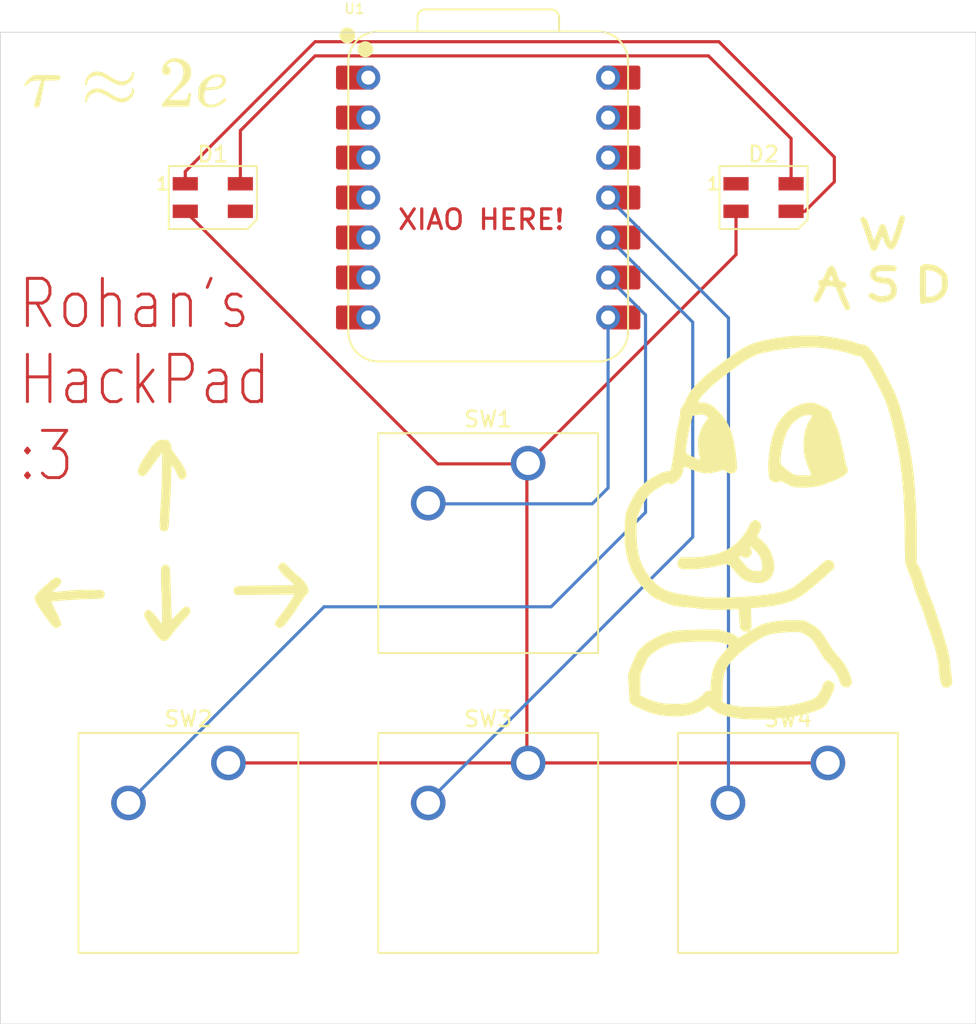
<source format=kicad_pcb>
(kicad_pcb (version 20241229) (generator "pcbnew") (generator_version "9.0")
  (layers (0 "F.Cu" signal) (2 "B.Cu" signal) (13 "F.Paste" user) (15 "B.Paste" user) (5 "F.SilkS" user "F.Silkscreen") (7 "B.SilkS" user "B.Silkscreen") (1 "F.Mask" user) (3 "B.Mask" user) (25 "Edge.Cuts" user))
  (net 0 "")
  (net 1 "Net-(D1-DIN)")
  (net 2 "GND")
  (net 3 "Net-(D1-DOUT)")
  (net 4 "+5V")
  (net 6 "Net-(U1-GPIO1{slash}RX)")
  (net 7 "Net-(U1-GPIO2{slash}SCK)")
  (net 8 "Net-(U1-GPIO4{slash}MISO)")
  (net 9 "Net-(U1-GPIO3{slash}MOSI)")
  (footprint "LOGO" (layer "F.Cu") (at 206 92)
    (property "Reference" "G***" (hide yes))
    (property "Value" "LOGO" (hide yes))
  )
  (footprint "LED_SMD:LED_SK6812MINI_PLCC4_3.5x3.5mm_P1.75mm" (layer "F.Cu") (at 198.5 88)
    (property "Reference" "D2" (at 0 -2.75 0) (layer "F.SilkS"))
    (property "Value" "SK6812MINI")
    (fp_text user "1" (at -3.2 -0.875 0) (layer "F.SilkS") (effects (font (size 0.8 0.8))))
    (pad "1" smd rect (at -1.75 -0.875) (size 1.6 0.85) (layers "F.Cu" "F.Mask" "F.Paste"))
    (pad "2" smd rect (at -1.75 0.875) (size 1.6 0.85) (layers "F.Cu" "F.Mask" "F.Paste") (net 2 "GND"))
    (pad "3" smd rect (at 1.75 0.875) (size 1.6 0.85) (layers "F.Cu" "F.Mask" "F.Paste") (net 3 "Net-(D1-DOUT)"))
    (pad "4" smd rect (at 1.75 -0.875) (size 1.6 0.85) (layers "F.Cu" "F.Mask" "F.Paste") (net 4 "+5V"))
  )
  (footprint "Button_Switch_Keyboard:SW_Cherry_MX_1.00u_PCB" (layer "F.Cu") (at 164.49 123.92)
    (property "Reference" "SW2" (at -2.54 -2.794 0) (layer "F.SilkS"))
    (property "Value" "SW_Push")
    (pad "" np_thru_hole circle (at -7.62 5.08) (size 1.7 1.7) (drill 1.7) (layers "*.Cu" "*.Mask"))
    (pad "" np_thru_hole circle (at -2.54 5.08) (size 4 4) (drill 4) (layers "*.Cu" "*.Mask"))
    (pad "" np_thru_hole circle (at 2.54 5.08) (size 1.7 1.7) (drill 1.7) (layers "*.Cu" "*.Mask"))
    (pad "1" thru_hole circle (at 0 0) (size 2.2 2.2) (drill 1.5) (layers "*.Cu" "*.Mask") (net 2 "GND"))
    (pad "2" thru_hole circle (at -6.35 2.54) (size 2.2 2.2) (drill 1.5) (layers "*.Cu" "*.Mask") (net 7 "Net-(U1-GPIO2{slash}SCK)"))
  )
  (footprint "Button_Switch_Keyboard:SW_Cherry_MX_1.00u_PCB" (layer "F.Cu") (at 183.54 104.875)
    (property "Reference" "SW1" (at -2.54 -2.794 0) (layer "F.SilkS"))
    (property "Value" "SW_Push")
    (pad "" np_thru_hole circle (at -7.62 5.08) (size 1.7 1.7) (drill 1.7) (layers "*.Cu" "*.Mask"))
    (pad "" np_thru_hole circle (at -2.54 5.08) (size 4 4) (drill 4) (layers "*.Cu" "*.Mask"))
    (pad "" np_thru_hole circle (at 2.54 5.08) (size 1.7 1.7) (drill 1.7) (layers "*.Cu" "*.Mask"))
    (pad "1" thru_hole circle (at 0 0) (size 2.2 2.2) (drill 1.5) (layers "*.Cu" "*.Mask") (net 2 "GND"))
    (pad "2" thru_hole circle (at -6.35 2.54) (size 2.2 2.2) (drill 1.5) (layers "*.Cu" "*.Mask") (net 6 "Net-(U1-GPIO1{slash}RX)"))
  )
  (footprint "Button_Switch_Keyboard:SW_Cherry_MX_1.00u_PCB" (layer "F.Cu") (at 202.59 123.92)
    (property "Reference" "SW4" (at -2.54 -2.794 0) (layer "F.SilkS"))
    (property "Value" "SW_Push")
    (pad "" np_thru_hole circle (at -7.62 5.08) (size 1.7 1.7) (drill 1.7) (layers "*.Cu" "*.Mask"))
    (pad "" np_thru_hole circle (at -2.54 5.08) (size 4 4) (drill 4) (layers "*.Cu" "*.Mask"))
    (pad "" np_thru_hole circle (at 2.54 5.08) (size 1.7 1.7) (drill 1.7) (layers "*.Cu" "*.Mask"))
    (pad "1" thru_hole circle (at 0 0) (size 2.2 2.2) (drill 1.5) (layers "*.Cu" "*.Mask") (net 2 "GND"))
    (pad "2" thru_hole circle (at -6.35 2.54) (size 2.2 2.2) (drill 1.5) (layers "*.Cu" "*.Mask") (net 9 "Net-(U1-GPIO3{slash}MOSI)"))
  )
  (footprint "LED_SMD:LED_SK6812MINI_PLCC4_3.5x3.5mm_P1.75mm" (layer "F.Cu") (at 163.5 88)
    (property "Reference" "D1" (at 0 -2.75 0) (layer "F.SilkS"))
    (property "Value" "SK6812MINI")
    (fp_text user "1" (at -3.2 -0.875 0) (layer "F.SilkS") (effects (font (size 0.8 0.8))))
    (pad "1" smd rect (at -1.75 -0.875) (size 1.6 0.85) (layers "F.Cu" "F.Mask" "F.Paste") (net 3 "Net-(D1-DOUT)"))
    (pad "2" smd rect (at -1.75 0.875) (size 1.6 0.85) (layers "F.Cu" "F.Mask" "F.Paste") (net 2 "GND"))
    (pad "3" smd rect (at 1.75 0.875) (size 1.6 0.85) (layers "F.Cu" "F.Mask" "F.Paste") (net 1 "Net-(D1-DIN)"))
    (pad "4" smd rect (at 1.75 -0.875) (size 1.6 0.85) (layers "F.Cu" "F.Mask" "F.Paste") (net 4 "+5V"))
  )
  (footprint "LOGO" (layer "F.Cu") (at 158 81)
    (property "Reference" "G***" (hide yes))
    (property "Value" "LOGO" (hide yes))
  )
  (footprint "Button_Switch_Keyboard:SW_Cherry_MX_1.00u_PCB" (layer "F.Cu") (at 183.54 123.92)
    (property "Reference" "SW3" (at -2.54 -2.794 0) (layer "F.SilkS"))
    (property "Value" "SW_Push")
    (pad "" np_thru_hole circle (at -7.62 5.08) (size 1.7 1.7) (drill 1.7) (layers "*.Cu" "*.Mask"))
    (pad "" np_thru_hole circle (at -2.54 5.08) (size 4 4) (drill 4) (layers "*.Cu" "*.Mask"))
    (pad "" np_thru_hole circle (at 2.54 5.08) (size 1.7 1.7) (drill 1.7) (layers "*.Cu" "*.Mask"))
    (pad "1" thru_hole circle (at 0 0) (size 2.2 2.2) (drill 1.5) (layers "*.Cu" "*.Mask") (net 2 "GND"))
    (pad "2" thru_hole circle (at -6.35 2.54) (size 2.2 2.2) (drill 1.5) (layers "*.Cu" "*.Mask") (net 8 "Net-(U1-GPIO4{slash}MISO)"))
  )
  (footprint "OPL:XIAO-RP2040-DIP" (layer "F.Cu") (at 181 88)
    (property "Reference" "U1" (at -8.5 -12 0) (layer "F.SilkS") (effects (font (size 0.635 0.635) (thickness 0.1016))))
    (property "Value" "XIAO-RP2040-DIP")
    (pad "1" smd roundrect (at -8.455 -7.62 180) (size 2.432 1.524) (layers "F.Cu" "F.Mask") (roundrect_rratio 0.1))
    (pad "1" thru_hole circle (at -7.62 -7.62 180) (size 1.524 1.524) (drill 0.889) (layers "*.Cu" "*.Mask"))
    (pad "2" smd roundrect (at -8.455 -5.08 180) (size 2.432 1.524) (layers "F.Cu" "F.Mask") (roundrect_rratio 0.1))
    (pad "2" thru_hole circle (at -7.62 -5.08 180) (size 1.524 1.524) (drill 0.889) (layers "*.Cu" "*.Mask"))
    (pad "3" smd roundrect (at -8.455 -2.54 180) (size 2.432 1.524) (layers "F.Cu" "F.Mask") (roundrect_rratio 0.1))
    (pad "3" thru_hole circle (at -7.62 -2.54 180) (size 1.524 1.524) (drill 0.889) (layers "*.Cu" "*.Mask"))
    (pad "4" smd roundrect (at -8.455 0 180) (size 2.432 1.524) (layers "F.Cu" "F.Mask") (roundrect_rratio 0.1))
    (pad "4" thru_hole circle (at -7.62 0 180) (size 1.524 1.524) (drill 0.889) (layers "*.Cu" "*.Mask"))
    (pad "5" smd roundrect (at -8.455 2.54 180) (size 2.432 1.524) (layers "F.Cu" "F.Mask") (roundrect_rratio 0.1) (net 1 "Net-(D1-DIN)"))
    (pad "5" thru_hole circle (at -7.62 2.54 180) (size 1.524 1.524) (drill 0.889) (layers "*.Cu" "*.Mask") (net 1 "Net-(D1-DIN)"))
    (pad "6" smd roundrect (at -8.455 5.08 180) (size 2.432 1.524) (layers "F.Cu" "F.Mask") (roundrect_rratio 0.1))
    (pad "6" thru_hole circle (at -7.62 5.08 180) (size 1.524 1.524) (drill 0.889) (layers "*.Cu" "*.Mask"))
    (pad "7" smd roundrect (at -8.455 7.62 180) (size 2.432 1.524) (layers "F.Cu" "F.Mask") (roundrect_rratio 0.1))
    (pad "7" thru_hole circle (at -7.62 7.62 180) (size 1.524 1.524) (drill 0.889) (layers "*.Cu" "*.Mask"))
    (pad "8" thru_hole circle (at 7.62 7.62) (size 1.524 1.524) (drill 0.889) (layers "*.Cu" "*.Mask") (net 6 "Net-(U1-GPIO1{slash}RX)"))
    (pad "8" smd roundrect (at 8.455 7.62) (size 2.432 1.524) (layers "F.Cu" "F.Mask") (roundrect_rratio 0.1) (net 6 "Net-(U1-GPIO1{slash}RX)"))
    (pad "9" thru_hole circle (at 7.62 5.08) (size 1.524 1.524) (drill 0.889) (layers "*.Cu" "*.Mask") (net 7 "Net-(U1-GPIO2{slash}SCK)"))
    (pad "9" smd roundrect (at 8.455 5.08) (size 2.432 1.524) (layers "F.Cu" "F.Mask") (roundrect_rratio 0.1) (net 7 "Net-(U1-GPIO2{slash}SCK)"))
    (pad "10" thru_hole circle (at 7.62 2.54) (size 1.524 1.524) (drill 0.889) (layers "*.Cu" "*.Mask") (net 8 "Net-(U1-GPIO4{slash}MISO)"))
    (pad "10" smd roundrect (at 8.455 2.54) (size 2.432 1.524) (layers "F.Cu" "F.Mask") (roundrect_rratio 0.1) (net 8 "Net-(U1-GPIO4{slash}MISO)"))
    (pad "11" thru_hole circle (at 7.62 0) (size 1.524 1.524) (drill 0.889) (layers "*.Cu" "*.Mask") (net 9 "Net-(U1-GPIO3{slash}MOSI)"))
    (pad "11" smd roundrect (at 8.455 0) (size 2.432 1.524) (layers "F.Cu" "F.Mask") (roundrect_rratio 0.1) (net 9 "Net-(U1-GPIO3{slash}MOSI)"))
    (pad "12" thru_hole circle (at 7.62 -2.54) (size 1.524 1.524) (drill 0.889) (layers "*.Cu" "*.Mask"))
    (pad "12" smd roundrect (at 8.455 -2.54) (size 2.432 1.524) (layers "F.Cu" "F.Mask") (roundrect_rratio 0.1))
    (pad "13" thru_hole circle (at 7.62 -5.08) (size 1.524 1.524) (drill 0.889) (layers "*.Cu" "*.Mask"))
    (pad "13" smd roundrect (at 8.455 -5.08) (size 2.432 1.524) (layers "F.Cu" "F.Mask") (roundrect_rratio 0.1))
    (pad "14" thru_hole circle (at 7.62 -7.62) (size 1.524 1.524) (drill 0.889) (layers "*.Cu" "*.Mask"))
    (pad "14" smd roundrect (at 8.455 -7.62) (size 2.432 1.524) (layers "F.Cu" "F.Mask") (roundrect_rratio 0.1))
  )
  (footprint "LOGO" (layer "F.Cu") (at 200 109)
    (property "Reference" "G***" (hide yes))
    (property "Value" "LOGO" (hide yes))
  )
  (footprint "LOGO" (layer "F.Cu") (at 161 110)
    (property "Reference" "G***" (hide yes))
    (property "Value" "LOGO" (hide yes))
  )
  (gr_rect (start 150 77.5) (end 212 140.5) (stroke (width 0.05)) (fill no) (layer "Edge.Cuts"))
  (gr_text "XIAO HERE!" (at 180.55807 90.133058 0) (layer "F.Cu") (effects (font (size 1.25 1.25) (thickness 0.2) (bold yes)) (justify bottom)))
  (gr_text "Rohan's\nHackPad\n:3" (at 151 93 0) (layer "F.Cu") (effects (font (size 3 2.5) (thickness 0.1875) (bold yes)) (justify left top)))
  (segment (start 183.46 104.92) (end 183.46 123.92) (width 0.2) (layer "F.Cu") (net 2))
  (segment (start 183.46 123.92) (end 202.62 123.92) (width 0.2) (layer "F.Cu") (net 2))
  (segment (start 178 104.92) (end 177.795 104.92) (width 0.2) (layer "F.Cu") (net 2))
  (segment (start 177.795 104.92) (end 161.75 88.875) (width 0.2) (layer "F.Cu") (net 2))
  (segment (start 183.5 105.4425) (end 183.515 105.4575) (width 0.2) (layer "F.Cu") (net 2))
  (segment (start 183.46 104.92) (end 178 104.92) (width 0.2) (layer "F.Cu") (net 2))
  (segment (start 196.75 91.625) (end 183.5 104.875) (width 0.2) (layer "F.Cu") (net 2))
  (segment (start 183.46 123.92) (end 164.46 123.92) (width 0.2) (layer "F.Cu") (net 2))
  (segment (start 196.75 88.875) (end 196.75 91.625) (width 0.2) (layer "F.Cu") (net 2))
  (segment (start 201.125 88.875) (end 200.25 88.875) (width 0.2) (layer "F.Cu") (net 3))
  (segment (start 161.75 87.125) (end 161.75 86.351) (width 0.2) (layer "F.Cu") (net 3))
  (segment (start 203 87) (end 201.125 88.875) (width 0.2) (layer "F.Cu") (net 3))
  (segment (start 161.75 86.351) (end 170 78.101) (width 0.2) (layer "F.Cu") (net 3))
  (segment (start 195.6681 78.101) (end 203 85.4329) (width 0.2) (layer "F.Cu") (net 3))
  (segment (start 203 85.4329) (end 203 87) (width 0.2) (layer "F.Cu") (net 3))
  (segment (start 170 78.101) (end 195.6681 78.101) (width 0.2) (layer "F.Cu") (net 3))
  (segment (start 170 79) (end 195 79) (width 0.2) (layer "F.Cu") (net 4))
  (segment (start 165.25 87.125) (end 165.25 83.75) (width 0.2) (layer "F.Cu") (net 4))
  (segment (start 195 79) (end 200.25 84.25) (width 0.2) (layer "F.Cu") (net 4))
  (segment (start 165.25 83.75) (end 170 79) (width 0.2) (layer "F.Cu") (net 4))
  (segment (start 200.25 84.25) (end 200.25 87.125) (width 0.2) (layer "F.Cu") (net 4))
  (segment (start 187.61 107.46) (end 188.62 106.45) (width 0.2) (layer "B.Cu") (net 6))
  (segment (start 177.11 107.46) (end 187.61 107.46) (width 0.2) (layer "B.Cu") (net 6))
  (segment (start 188.62 106.45) (end 188.62 95.62) (width 0.2) (layer "B.Cu") (net 6))
  (segment (start 185 114) (end 191 108) (width 0.2) (layer "B.Cu") (net 7))
  (segment (start 158.11 126.46) (end 170.57 114) (width 0.2) (layer "B.Cu") (net 7))
  (segment (start 170.57 114) (end 185 114) (width 0.2) (layer "B.Cu") (net 7))
  (segment (start 191 95.46) (end 188.62 93.08) (width 0.2) (layer "B.Cu") (net 7))
  (segment (start 191 108) (end 191 95.46) (width 0.2) (layer "B.Cu") (net 7))
  (segment (start 194 95.92) (end 188.62 90.54) (width 0.2) (layer "B.Cu") (net 8))
  (segment (start 177.11 126.46) (end 194 109.57) (width 0.2) (layer "B.Cu") (net 8))
  (segment (start 194 109.57) (end 194 95.92) (width 0.2) (layer "B.Cu") (net 8))
  (segment (start 196.27 126.46) (end 196.27 95.65) (width 0.2) (layer "B.Cu") (net 9))
  (segment (start 196.27 95.65) (end 188.62 88) (width 0.2) (layer "B.Cu") (net 9))
)
</source>
